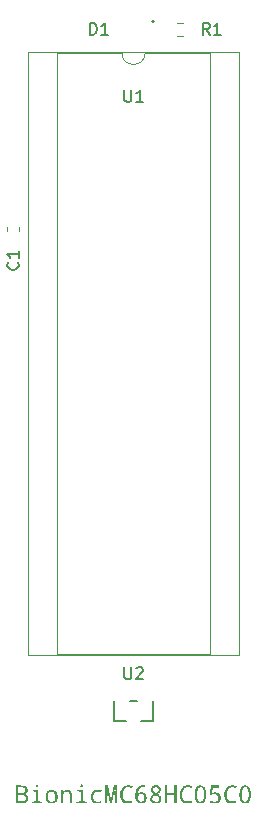
<source format=gbr>
G04 #@! TF.GenerationSoftware,KiCad,Pcbnew,8.0.4+dfsg-1*
G04 #@! TF.CreationDate,2025-02-23T14:04:16+09:00*
G04 #@! TF.ProjectId,bionic-mc68hc05c0,62696f6e-6963-42d6-9d63-363868633035,1*
G04 #@! TF.SameCoordinates,Original*
G04 #@! TF.FileFunction,Legend,Top*
G04 #@! TF.FilePolarity,Positive*
%FSLAX46Y46*%
G04 Gerber Fmt 4.6, Leading zero omitted, Abs format (unit mm)*
G04 Created by KiCad (PCBNEW 8.0.4+dfsg-1) date 2025-02-23 14:04:16*
%MOMM*%
%LPD*%
G01*
G04 APERTURE LIST*
%ADD10C,0.150000*%
%ADD11C,0.152400*%
%ADD12C,0.120000*%
G04 APERTURE END LIST*
D10*
G36*
X104294806Y-135799063D02*
G01*
X104371612Y-135805637D01*
X104453790Y-135819311D01*
X104525073Y-135839297D01*
X104594463Y-135870590D01*
X104619662Y-135886631D01*
X104675441Y-135938219D01*
X104715283Y-136003592D01*
X104739188Y-136082750D01*
X104747032Y-136163321D01*
X104747157Y-136175692D01*
X104739250Y-136253373D01*
X104712287Y-136328904D01*
X104666190Y-136394045D01*
X104610005Y-136441622D01*
X104542657Y-136475819D01*
X104464146Y-136496634D01*
X104447104Y-136499192D01*
X104447104Y-136509450D01*
X104527304Y-136527127D01*
X104596810Y-136552315D01*
X104668655Y-136594361D01*
X104723792Y-136648142D01*
X104762221Y-136713658D01*
X104783942Y-136790909D01*
X104789288Y-136861160D01*
X104784665Y-136934481D01*
X104767582Y-137012274D01*
X104737912Y-137081722D01*
X104695654Y-137142826D01*
X104657764Y-137181362D01*
X104595806Y-137226615D01*
X104524698Y-137260753D01*
X104444438Y-137283776D01*
X104368360Y-137294664D01*
X104299826Y-137297500D01*
X103756874Y-137297500D01*
X103756874Y-137133735D01*
X103949582Y-137133735D01*
X104265754Y-137133735D01*
X104340887Y-137129355D01*
X104420716Y-137111565D01*
X104495850Y-137072152D01*
X104548443Y-137013033D01*
X104578496Y-136934207D01*
X104586323Y-136853466D01*
X104578174Y-136778635D01*
X104546884Y-136705580D01*
X104492127Y-136650788D01*
X104413903Y-136614261D01*
X104330789Y-136597772D01*
X104252565Y-136593714D01*
X103949582Y-136593714D01*
X103949582Y-137133735D01*
X103756874Y-137133735D01*
X103756874Y-136429949D01*
X103949582Y-136429949D01*
X104241940Y-136429949D01*
X104316908Y-136426446D01*
X104395289Y-136412213D01*
X104466868Y-136380683D01*
X104476413Y-136373895D01*
X104524092Y-136316259D01*
X104546529Y-136241589D01*
X104550053Y-136188515D01*
X104540745Y-136112822D01*
X104505745Y-136044465D01*
X104471284Y-136013759D01*
X104399225Y-135981387D01*
X104319340Y-135965824D01*
X104242450Y-135960844D01*
X104221424Y-135960636D01*
X103949582Y-135960636D01*
X103949582Y-136429949D01*
X103756874Y-136429949D01*
X103756874Y-135796871D01*
X104210433Y-135796871D01*
X104294806Y-135799063D01*
G37*
G36*
X105530077Y-135703082D02*
G01*
X105604709Y-135725452D01*
X105637548Y-135792561D01*
X105639254Y-135819952D01*
X105620912Y-135892080D01*
X105606647Y-135908613D01*
X105538283Y-135937301D01*
X105530077Y-135937555D01*
X105458678Y-135918146D01*
X105422494Y-135853832D01*
X105419801Y-135819952D01*
X105438001Y-135744284D01*
X105504231Y-135704908D01*
X105530077Y-135703082D01*
G37*
G36*
X105435555Y-136319307D02*
G01*
X105158217Y-136297691D01*
X105158217Y-136172028D01*
X105622767Y-136172028D01*
X105622767Y-137150221D01*
X105985468Y-137170737D01*
X105985468Y-137297500D01*
X105080914Y-137297500D01*
X105080914Y-137170737D01*
X105435555Y-137150221D01*
X105435555Y-136319307D01*
G37*
G36*
X106854510Y-136154197D02*
G01*
X106930150Y-136171044D01*
X107000071Y-136199122D01*
X107064273Y-136238432D01*
X107122757Y-136288973D01*
X107140981Y-136308316D01*
X107189663Y-136371900D01*
X107228273Y-136442852D01*
X107256810Y-136521171D01*
X107275276Y-136606857D01*
X107282970Y-136683890D01*
X107284229Y-136732566D01*
X107280777Y-136815148D01*
X107270419Y-136892077D01*
X107253156Y-136963354D01*
X107223326Y-137041424D01*
X107183553Y-137111354D01*
X107142813Y-137163410D01*
X107086621Y-137216948D01*
X107023836Y-137259409D01*
X106954455Y-137290793D01*
X106878481Y-137311101D01*
X106795911Y-137320331D01*
X106766923Y-137320947D01*
X106686161Y-137315318D01*
X106610937Y-137298433D01*
X106541252Y-137270290D01*
X106477106Y-137230890D01*
X106418497Y-137180233D01*
X106400192Y-137160846D01*
X106351386Y-137096896D01*
X106312677Y-137025400D01*
X106284066Y-136946355D01*
X106267937Y-136874719D01*
X106258821Y-136797842D01*
X106256577Y-136732566D01*
X106450384Y-136732566D01*
X106453202Y-136809890D01*
X106465724Y-136901157D01*
X106488264Y-136978904D01*
X106530526Y-137057073D01*
X106588441Y-137114115D01*
X106662009Y-137150031D01*
X106751230Y-137164819D01*
X106770953Y-137165242D01*
X106845828Y-137158481D01*
X106925384Y-137131017D01*
X106989340Y-137082425D01*
X107037697Y-137012707D01*
X107065152Y-136941721D01*
X107082623Y-136857214D01*
X107090110Y-136759186D01*
X107090422Y-136732566D01*
X107087595Y-136656028D01*
X107075030Y-136565687D01*
X107052413Y-136488731D01*
X107010005Y-136411356D01*
X106951892Y-136354893D01*
X106878071Y-136319343D01*
X106788545Y-136304704D01*
X106768755Y-136304286D01*
X106694136Y-136310978D01*
X106614855Y-136338164D01*
X106551118Y-136386261D01*
X106502928Y-136455271D01*
X106475568Y-136525536D01*
X106458157Y-136609184D01*
X106450695Y-136706217D01*
X106450384Y-136732566D01*
X106256577Y-136732566D01*
X106259985Y-136650749D01*
X106270209Y-136574514D01*
X106291474Y-136490399D01*
X106322553Y-136414321D01*
X106363447Y-136346280D01*
X106396162Y-136305385D01*
X106451945Y-136252096D01*
X106514607Y-136209833D01*
X106584146Y-136178594D01*
X106660563Y-136158381D01*
X106743858Y-136149194D01*
X106773151Y-136148581D01*
X106854510Y-136154197D01*
G37*
G36*
X108312614Y-137297500D02*
G01*
X108312614Y-136571366D01*
X108306630Y-136494424D01*
X108283652Y-136419308D01*
X108235063Y-136355407D01*
X108163018Y-136317066D01*
X108082595Y-136304547D01*
X108067516Y-136304286D01*
X107993327Y-136310674D01*
X107914502Y-136336628D01*
X107851132Y-136382545D01*
X107803218Y-136448426D01*
X107770761Y-136534271D01*
X107755923Y-136617321D01*
X107750977Y-136713148D01*
X107750977Y-137297500D01*
X107563399Y-137297500D01*
X107563399Y-136172028D01*
X107714707Y-136172028D01*
X107742551Y-136321871D01*
X107752809Y-136321871D01*
X107797365Y-136262980D01*
X107861264Y-136209673D01*
X107937995Y-136172950D01*
X108013978Y-136154673D01*
X108099390Y-136148581D01*
X108193328Y-136155021D01*
X108274741Y-136174341D01*
X108343629Y-136206541D01*
X108412125Y-136264904D01*
X108452832Y-136326084D01*
X108481013Y-136400144D01*
X108496669Y-136487083D01*
X108500192Y-136560741D01*
X108500192Y-137297500D01*
X108312614Y-137297500D01*
G37*
G36*
X109310956Y-135703082D02*
G01*
X109385589Y-135725452D01*
X109418427Y-135792561D01*
X109420133Y-135819952D01*
X109401792Y-135892080D01*
X109387526Y-135908613D01*
X109319162Y-135937301D01*
X109310956Y-135937555D01*
X109239557Y-135918146D01*
X109203373Y-135853832D01*
X109200681Y-135819952D01*
X109218880Y-135744284D01*
X109285110Y-135704908D01*
X109310956Y-135703082D01*
G37*
G36*
X109216434Y-136319307D02*
G01*
X108939097Y-136297691D01*
X108939097Y-136172028D01*
X109403646Y-136172028D01*
X109403646Y-137150221D01*
X109766347Y-137170737D01*
X109766347Y-137297500D01*
X108861794Y-137297500D01*
X108861794Y-137170737D01*
X109216434Y-137150221D01*
X109216434Y-136319307D01*
G37*
G36*
X111012352Y-136209398D02*
G01*
X110948605Y-136372063D01*
X110873362Y-136345937D01*
X110802242Y-136327275D01*
X110727158Y-136315204D01*
X110672366Y-136312346D01*
X110582807Y-136319004D01*
X110505189Y-136338976D01*
X110439513Y-136372264D01*
X110374209Y-136432598D01*
X110335401Y-136495844D01*
X110308533Y-136572406D01*
X110293606Y-136662282D01*
X110290248Y-136738428D01*
X110293516Y-136813264D01*
X110308042Y-136901595D01*
X110334188Y-136976840D01*
X110383213Y-137052493D01*
X110450395Y-137107700D01*
X110535733Y-137142460D01*
X110617078Y-137155546D01*
X110662108Y-137157182D01*
X110743509Y-137153198D01*
X110825781Y-137141245D01*
X110898482Y-137124250D01*
X110971850Y-137101154D01*
X110992935Y-137093435D01*
X110992935Y-137258299D01*
X110919959Y-137285707D01*
X110839153Y-137305285D01*
X110762024Y-137315991D01*
X110678899Y-137320702D01*
X110654048Y-137320947D01*
X110574161Y-137317289D01*
X110500053Y-137306314D01*
X110418750Y-137283486D01*
X110345768Y-137250123D01*
X110281106Y-137206223D01*
X110242621Y-137171104D01*
X110192942Y-137110327D01*
X110153543Y-137040380D01*
X110124421Y-136961263D01*
X110108004Y-136888326D01*
X110098725Y-136809021D01*
X110096441Y-136740992D01*
X110100091Y-136653918D01*
X110111039Y-136573588D01*
X110129285Y-136500002D01*
X110160815Y-136420601D01*
X110202856Y-136350912D01*
X110245918Y-136300256D01*
X110306235Y-136248710D01*
X110375078Y-136207829D01*
X110452449Y-136177613D01*
X110538345Y-136158061D01*
X110616439Y-136149914D01*
X110666138Y-136148581D01*
X110745441Y-136151491D01*
X110822746Y-136160222D01*
X110898052Y-136174773D01*
X110971359Y-136195144D01*
X111012352Y-136209398D01*
G37*
G36*
X111727495Y-137297500D02*
G01*
X111441365Y-135984450D01*
X111432938Y-135978588D01*
X111438321Y-136061059D01*
X111442791Y-136137198D01*
X111446952Y-136220205D01*
X111449798Y-136294094D01*
X111451458Y-136368771D01*
X111451623Y-136396976D01*
X111451623Y-137297500D01*
X111295918Y-137297500D01*
X111295918Y-135796871D01*
X111550541Y-135796871D01*
X111805897Y-137019429D01*
X111812125Y-137019429D01*
X112069679Y-135796871D01*
X112329431Y-135796871D01*
X112329431Y-137297500D01*
X112171528Y-137297500D01*
X112171528Y-136383787D01*
X112172688Y-136309399D01*
X112175192Y-136230464D01*
X112178455Y-136148126D01*
X112181961Y-136069161D01*
X112186183Y-135980786D01*
X112178123Y-135980786D01*
X111886497Y-137297500D01*
X111727495Y-137297500D01*
G37*
G36*
X113597785Y-137092336D02*
G01*
X113597785Y-137259764D01*
X113518261Y-137286531D01*
X113441727Y-137303679D01*
X113358708Y-137314972D01*
X113282385Y-137319991D01*
X113228856Y-137320947D01*
X113151599Y-137317793D01*
X113061596Y-137304979D01*
X112978892Y-137282308D01*
X112903487Y-137249781D01*
X112835381Y-137207397D01*
X112774573Y-137155156D01*
X112741591Y-137119080D01*
X112692935Y-137051855D01*
X112652526Y-136976348D01*
X112620364Y-136892559D01*
X112600571Y-136819563D01*
X112586057Y-136741267D01*
X112576821Y-136657670D01*
X112572862Y-136568773D01*
X112572697Y-136545720D01*
X112575577Y-136458926D01*
X112584215Y-136376780D01*
X112598612Y-136299283D01*
X112618768Y-136226434D01*
X112652061Y-136141909D01*
X112694352Y-136064647D01*
X112745641Y-135994647D01*
X112756979Y-135981519D01*
X112817973Y-135921570D01*
X112885550Y-135871781D01*
X112959710Y-135832154D01*
X113040453Y-135802687D01*
X113127779Y-135783382D01*
X113202380Y-135775253D01*
X113261096Y-135773424D01*
X113344064Y-135776541D01*
X113422886Y-135785892D01*
X113497560Y-135801477D01*
X113568086Y-135823295D01*
X113645125Y-135856630D01*
X113655670Y-135862084D01*
X113575436Y-136022918D01*
X113506048Y-135991512D01*
X113427177Y-135965066D01*
X113348764Y-135948694D01*
X113270808Y-135942397D01*
X113261096Y-135942318D01*
X113181133Y-135948050D01*
X113107480Y-135965244D01*
X113029530Y-135999793D01*
X112960169Y-136049945D01*
X112907554Y-136105350D01*
X112862732Y-136170557D01*
X112827183Y-136243905D01*
X112800908Y-136325392D01*
X112786096Y-136399516D01*
X112777724Y-136479294D01*
X112775663Y-136547185D01*
X112778677Y-136636038D01*
X112787720Y-136718039D01*
X112802792Y-136793188D01*
X112828835Y-136874323D01*
X112863559Y-136945593D01*
X112899128Y-136997447D01*
X112958756Y-137057689D01*
X113029289Y-137103135D01*
X113098424Y-137130311D01*
X113175571Y-137146618D01*
X113260729Y-137152053D01*
X113341603Y-137147329D01*
X113422638Y-137135199D01*
X113500606Y-137118462D01*
X113572683Y-137099567D01*
X113597785Y-137092336D01*
G37*
G36*
X114592246Y-135776155D02*
G01*
X114666758Y-135786243D01*
X114694313Y-135792841D01*
X114694313Y-135952576D01*
X114620226Y-135938639D01*
X114541346Y-135933330D01*
X114523221Y-135933159D01*
X114440699Y-135938234D01*
X114366239Y-135953458D01*
X114289561Y-135984047D01*
X114223857Y-136028451D01*
X114176274Y-136077506D01*
X114130673Y-136148598D01*
X114099624Y-136222426D01*
X114079416Y-136293040D01*
X114064361Y-136371920D01*
X114054458Y-136459063D01*
X114050244Y-136534729D01*
X114062701Y-136534729D01*
X114111265Y-136466493D01*
X114171364Y-136415017D01*
X114242998Y-136380300D01*
X114326168Y-136362343D01*
X114378873Y-136359607D01*
X114462554Y-136365462D01*
X114537925Y-136383029D01*
X114613889Y-136417444D01*
X114678999Y-136467155D01*
X114693580Y-136481973D01*
X114743429Y-136548743D01*
X114775363Y-136616332D01*
X114796393Y-136692478D01*
X114806518Y-136777178D01*
X114807519Y-136816097D01*
X114803153Y-136900534D01*
X114790054Y-136977990D01*
X114768223Y-137048465D01*
X114731715Y-137121863D01*
X114683322Y-137185758D01*
X114624918Y-137238434D01*
X114558380Y-137278172D01*
X114483708Y-137304972D01*
X114400901Y-137318834D01*
X114349930Y-137320947D01*
X114268920Y-137314855D01*
X114194323Y-137296578D01*
X114126141Y-137266117D01*
X114064372Y-137223471D01*
X114009018Y-137168641D01*
X113991993Y-137147657D01*
X113946672Y-137077486D01*
X113910728Y-136997218D01*
X113887938Y-136922614D01*
X113871659Y-136840998D01*
X113864837Y-136779094D01*
X114046214Y-136779094D01*
X114051412Y-136854290D01*
X114069686Y-136932536D01*
X114101116Y-137004059D01*
X114129379Y-137048005D01*
X114180452Y-137102729D01*
X114246784Y-137142528D01*
X114323205Y-137160217D01*
X114348099Y-137161212D01*
X114424262Y-137152411D01*
X114495150Y-137122398D01*
X114552530Y-137071086D01*
X114591363Y-137007352D01*
X114614016Y-136937327D01*
X114625018Y-136855304D01*
X114626169Y-136814998D01*
X114620576Y-136736955D01*
X114601242Y-136662952D01*
X114564023Y-136597004D01*
X114555461Y-136586753D01*
X114494204Y-136538084D01*
X114423116Y-136513203D01*
X114354327Y-136506885D01*
X114276696Y-136515007D01*
X114207295Y-136539372D01*
X114146122Y-136579979D01*
X114134875Y-136590050D01*
X114084397Y-136649745D01*
X114053228Y-136721186D01*
X114046214Y-136779094D01*
X113864837Y-136779094D01*
X113861892Y-136752370D01*
X113858766Y-136676418D01*
X113858636Y-136656728D01*
X113861208Y-136549766D01*
X113868923Y-136449704D01*
X113881781Y-136356543D01*
X113899783Y-136270283D01*
X113922929Y-136190923D01*
X113951217Y-136118465D01*
X113984650Y-136052907D01*
X114044442Y-135967510D01*
X114115807Y-135897639D01*
X114198744Y-135843295D01*
X114293254Y-135804478D01*
X114399337Y-135781188D01*
X114476488Y-135774287D01*
X114516993Y-135773424D01*
X114592246Y-135776155D01*
G37*
G36*
X115672561Y-135778087D02*
G01*
X115745174Y-135792077D01*
X115819661Y-135819486D01*
X115885080Y-135859076D01*
X115900018Y-135870877D01*
X115951469Y-135923885D01*
X115991780Y-135993756D01*
X116011993Y-136064962D01*
X116017621Y-136134293D01*
X116008128Y-136219000D01*
X115979650Y-136296443D01*
X115932188Y-136366622D01*
X115878133Y-136419555D01*
X115810894Y-136467444D01*
X115747610Y-136502123D01*
X115822228Y-136544518D01*
X115886897Y-136589272D01*
X115953743Y-136648530D01*
X116005043Y-136711474D01*
X116040797Y-136778103D01*
X116063183Y-136862922D01*
X116065981Y-136907322D01*
X116059757Y-136985560D01*
X116041087Y-137056787D01*
X116004507Y-137129602D01*
X115951671Y-137193257D01*
X115935921Y-137207740D01*
X115875184Y-137251851D01*
X115806452Y-137285128D01*
X115729726Y-137307570D01*
X115645005Y-137319178D01*
X115593004Y-137320947D01*
X115513037Y-137317199D01*
X115439921Y-137305955D01*
X115363280Y-137283362D01*
X115295966Y-137250566D01*
X115245691Y-137214335D01*
X115191194Y-137155556D01*
X115152268Y-137086199D01*
X115128912Y-137006263D01*
X115121249Y-136927641D01*
X115121127Y-136915748D01*
X115121192Y-136915015D01*
X115304309Y-136915015D01*
X115314304Y-136998684D01*
X115351230Y-137074418D01*
X115415364Y-137126591D01*
X115491991Y-137152557D01*
X115571117Y-137160972D01*
X115588608Y-137161212D01*
X115662494Y-137155909D01*
X115739104Y-137135023D01*
X115805496Y-137094167D01*
X115852379Y-137036242D01*
X115877624Y-136963581D01*
X115882432Y-136906955D01*
X115870020Y-136830239D01*
X115832784Y-136761657D01*
X115817586Y-136743557D01*
X115762268Y-136693922D01*
X115701036Y-136652538D01*
X115634541Y-136615169D01*
X115597034Y-136596278D01*
X115566260Y-136581990D01*
X115490796Y-136622868D01*
X115428122Y-136667878D01*
X115369797Y-136727345D01*
X115329890Y-136792763D01*
X115308402Y-136864131D01*
X115304309Y-136915015D01*
X115121192Y-136915015D01*
X115128220Y-136836014D01*
X115149499Y-136762362D01*
X115184964Y-136694792D01*
X115234614Y-136633304D01*
X115298451Y-136577899D01*
X115376473Y-136528575D01*
X115411654Y-136510549D01*
X115341889Y-136461800D01*
X115283949Y-136409205D01*
X115230029Y-136341014D01*
X115193136Y-136267285D01*
X115173271Y-136188017D01*
X115170255Y-136143452D01*
X115353036Y-136143452D01*
X115362783Y-136218265D01*
X115394860Y-136286593D01*
X115403960Y-136298790D01*
X115460090Y-136350409D01*
X115523345Y-136390279D01*
X115595203Y-136426285D01*
X115664018Y-136391753D01*
X115731200Y-136345591D01*
X115788351Y-136285224D01*
X115822642Y-136217844D01*
X115834072Y-136143452D01*
X115823370Y-136068146D01*
X115784424Y-136001240D01*
X115769226Y-135987015D01*
X115703158Y-135950199D01*
X115625108Y-135934474D01*
X115590806Y-135933159D01*
X115515209Y-135940732D01*
X115442901Y-135968712D01*
X115417150Y-135987015D01*
X115371130Y-136048211D01*
X115353599Y-136124646D01*
X115353036Y-136143452D01*
X115170255Y-136143452D01*
X115169487Y-136132095D01*
X115176975Y-136053922D01*
X115203298Y-135976159D01*
X115248575Y-135909176D01*
X115289288Y-135870511D01*
X115353333Y-135828035D01*
X115425301Y-135797696D01*
X115505191Y-135779492D01*
X115581595Y-135773519D01*
X115593004Y-135773424D01*
X115672561Y-135778087D01*
G37*
G36*
X117347889Y-137297500D02*
G01*
X117155182Y-137297500D01*
X117155182Y-136598843D01*
X116552512Y-136598843D01*
X116552512Y-137297500D01*
X116359805Y-137297500D01*
X116359805Y-135796871D01*
X116552512Y-135796871D01*
X116552512Y-136429949D01*
X117155182Y-136429949D01*
X117155182Y-135796871D01*
X117347889Y-135796871D01*
X117347889Y-137297500D01*
G37*
G36*
X118638957Y-137092336D02*
G01*
X118638957Y-137259764D01*
X118559433Y-137286531D01*
X118482900Y-137303679D01*
X118399880Y-137314972D01*
X118323557Y-137319991D01*
X118270028Y-137320947D01*
X118192771Y-137317793D01*
X118102769Y-137304979D01*
X118020065Y-137282308D01*
X117944659Y-137249781D01*
X117876553Y-137207397D01*
X117815745Y-137155156D01*
X117782764Y-137119080D01*
X117734108Y-137051855D01*
X117693699Y-136976348D01*
X117661536Y-136892559D01*
X117641744Y-136819563D01*
X117627230Y-136741267D01*
X117617993Y-136657670D01*
X117614035Y-136568773D01*
X117613870Y-136545720D01*
X117616749Y-136458926D01*
X117625387Y-136376780D01*
X117639784Y-136299283D01*
X117659940Y-136226434D01*
X117693233Y-136141909D01*
X117735524Y-136064647D01*
X117786813Y-135994647D01*
X117798151Y-135981519D01*
X117859145Y-135921570D01*
X117926722Y-135871781D01*
X118000882Y-135832154D01*
X118081625Y-135802687D01*
X118168952Y-135783382D01*
X118243553Y-135775253D01*
X118302268Y-135773424D01*
X118385237Y-135776541D01*
X118464058Y-135785892D01*
X118538732Y-135801477D01*
X118609259Y-135823295D01*
X118686298Y-135856630D01*
X118696843Y-135862084D01*
X118616609Y-136022918D01*
X118547221Y-135991512D01*
X118468349Y-135965066D01*
X118389936Y-135948694D01*
X118311980Y-135942397D01*
X118302268Y-135942318D01*
X118222305Y-135948050D01*
X118148653Y-135965244D01*
X118070702Y-135999793D01*
X118001341Y-136049945D01*
X117948727Y-136105350D01*
X117903904Y-136170557D01*
X117868356Y-136243905D01*
X117842080Y-136325392D01*
X117827268Y-136399516D01*
X117818896Y-136479294D01*
X117816836Y-136547185D01*
X117819850Y-136636038D01*
X117828893Y-136718039D01*
X117843964Y-136793188D01*
X117870007Y-136874323D01*
X117904732Y-136945593D01*
X117940300Y-136997447D01*
X117999929Y-137057689D01*
X118070461Y-137103135D01*
X118139597Y-137130311D01*
X118216744Y-137146618D01*
X118301902Y-137152053D01*
X118382775Y-137147329D01*
X118463811Y-137135199D01*
X118541779Y-137118462D01*
X118613855Y-137099567D01*
X118638957Y-137092336D01*
G37*
G36*
X119457153Y-135780418D02*
G01*
X119534403Y-135801399D01*
X119603435Y-135836369D01*
X119664250Y-135885326D01*
X119716848Y-135948270D01*
X119732554Y-135972360D01*
X119767806Y-136038839D01*
X119797083Y-136113940D01*
X119820385Y-136197663D01*
X119834725Y-136270850D01*
X119845241Y-136349556D01*
X119851933Y-136433779D01*
X119854800Y-136523521D01*
X119854920Y-136546819D01*
X119853032Y-136640561D01*
X119847369Y-136728255D01*
X119837931Y-136809902D01*
X119824718Y-136885500D01*
X119797819Y-136987558D01*
X119762426Y-137076008D01*
X119718538Y-137150850D01*
X119666157Y-137212085D01*
X119605280Y-137259712D01*
X119535910Y-137293731D01*
X119458045Y-137314143D01*
X119371686Y-137320947D01*
X119287227Y-137313953D01*
X119210806Y-137292971D01*
X119142422Y-137258002D01*
X119082075Y-137209045D01*
X119029765Y-137146101D01*
X119014114Y-137122011D01*
X118979073Y-137055514D01*
X118949972Y-136980360D01*
X118926809Y-136896547D01*
X118912555Y-136823262D01*
X118902102Y-136744437D01*
X118895451Y-136660070D01*
X118892600Y-136570162D01*
X118892481Y-136546819D01*
X118892496Y-136546086D01*
X119083357Y-136546086D01*
X119084444Y-136625015D01*
X119087707Y-136698219D01*
X119094845Y-136781674D01*
X119105382Y-136856185D01*
X119122512Y-136933791D01*
X119148683Y-137008053D01*
X119152966Y-137017231D01*
X119192739Y-137080223D01*
X119249363Y-137129576D01*
X119318564Y-137156150D01*
X119371686Y-137161212D01*
X119450627Y-137149794D01*
X119516817Y-137115540D01*
X119570256Y-137058449D01*
X119594435Y-137016864D01*
X119622129Y-136944874D01*
X119640453Y-136869355D01*
X119651906Y-136796681D01*
X119659888Y-136715152D01*
X119664399Y-136624769D01*
X119665510Y-136546086D01*
X119664399Y-136467925D01*
X119659888Y-136378112D01*
X119651906Y-136297065D01*
X119637746Y-136211378D01*
X119618589Y-136138314D01*
X119594435Y-136077873D01*
X119553860Y-136014561D01*
X119496171Y-135964956D01*
X119425730Y-135938247D01*
X119371686Y-135933159D01*
X119294100Y-135944519D01*
X119229091Y-135978600D01*
X119176660Y-136035400D01*
X119152966Y-136076774D01*
X119125843Y-136148193D01*
X119107897Y-136223335D01*
X119096680Y-136295772D01*
X119088863Y-136377136D01*
X119084444Y-136467427D01*
X119083357Y-136546086D01*
X118892496Y-136546086D01*
X118894353Y-136453166D01*
X118899969Y-136365555D01*
X118909328Y-136283986D01*
X118922431Y-136208459D01*
X118949106Y-136106498D01*
X118984204Y-136018131D01*
X119027725Y-135943360D01*
X119079670Y-135882183D01*
X119140039Y-135834601D01*
X119208831Y-135800614D01*
X119286046Y-135780222D01*
X119371686Y-135773424D01*
X119457153Y-135780418D01*
G37*
G36*
X120178786Y-137239614D02*
G01*
X120178786Y-137062294D01*
X120247242Y-137100837D01*
X120322781Y-137129914D01*
X120405403Y-137149523D01*
X120481859Y-137158797D01*
X120549547Y-137161212D01*
X120630691Y-137156220D01*
X120716906Y-137135941D01*
X120786217Y-137100064D01*
X120838622Y-137048586D01*
X120874122Y-136981510D01*
X120892718Y-136898835D01*
X120895761Y-136841742D01*
X120887112Y-136755618D01*
X120861164Y-136684091D01*
X120807192Y-136617527D01*
X120743188Y-136578115D01*
X120661885Y-136553299D01*
X120584387Y-136543957D01*
X120541487Y-136542789D01*
X120464894Y-136546396D01*
X120389417Y-136554911D01*
X120312433Y-136566857D01*
X120303350Y-136568435D01*
X120210660Y-136509450D01*
X120267446Y-135796871D01*
X120978193Y-135796871D01*
X120978193Y-135967964D01*
X120430112Y-135967964D01*
X120389812Y-136403571D01*
X120465020Y-136391890D01*
X120539017Y-136385058D01*
X120605234Y-136383054D01*
X120683506Y-136387176D01*
X120755930Y-136399541D01*
X120833034Y-136424385D01*
X120902179Y-136460449D01*
X120955112Y-136500291D01*
X121007074Y-136555576D01*
X121046274Y-136619172D01*
X121072711Y-136691077D01*
X121086385Y-136771292D01*
X121088468Y-136820860D01*
X121083471Y-136906748D01*
X121068479Y-136984985D01*
X121043492Y-137055572D01*
X121001707Y-137128253D01*
X120946319Y-137190521D01*
X120878554Y-137241341D01*
X120811595Y-137274967D01*
X120736445Y-137299421D01*
X120653103Y-137314706D01*
X120577393Y-137320437D01*
X120545517Y-137320947D01*
X120462299Y-137318087D01*
X120385753Y-137309509D01*
X120304882Y-137292274D01*
X120233092Y-137267254D01*
X120178786Y-137239614D01*
G37*
G36*
X122419836Y-137092336D02*
G01*
X122419836Y-137259764D01*
X122340312Y-137286531D01*
X122263779Y-137303679D01*
X122180759Y-137314972D01*
X122104437Y-137319991D01*
X122050907Y-137320947D01*
X121973650Y-137317793D01*
X121883648Y-137304979D01*
X121800944Y-137282308D01*
X121725539Y-137249781D01*
X121657432Y-137207397D01*
X121596624Y-137155156D01*
X121563643Y-137119080D01*
X121514987Y-137051855D01*
X121474578Y-136976348D01*
X121442415Y-136892559D01*
X121422623Y-136819563D01*
X121408109Y-136741267D01*
X121398872Y-136657670D01*
X121394914Y-136568773D01*
X121394749Y-136545720D01*
X121397628Y-136458926D01*
X121406267Y-136376780D01*
X121420664Y-136299283D01*
X121440819Y-136226434D01*
X121474112Y-136141909D01*
X121516403Y-136064647D01*
X121567693Y-135994647D01*
X121579030Y-135981519D01*
X121640024Y-135921570D01*
X121707601Y-135871781D01*
X121781761Y-135832154D01*
X121862505Y-135802687D01*
X121949831Y-135783382D01*
X122024432Y-135775253D01*
X122083147Y-135773424D01*
X122166116Y-135776541D01*
X122244937Y-135785892D01*
X122319611Y-135801477D01*
X122390138Y-135823295D01*
X122467177Y-135856630D01*
X122477722Y-135862084D01*
X122397488Y-136022918D01*
X122328100Y-135991512D01*
X122249229Y-135965066D01*
X122170815Y-135948694D01*
X122092860Y-135942397D01*
X122083147Y-135942318D01*
X122003184Y-135948050D01*
X121929532Y-135965244D01*
X121851581Y-135999793D01*
X121782221Y-136049945D01*
X121729606Y-136105350D01*
X121684784Y-136170557D01*
X121649235Y-136243905D01*
X121622960Y-136325392D01*
X121608148Y-136399516D01*
X121599776Y-136479294D01*
X121597715Y-136547185D01*
X121600729Y-136636038D01*
X121609772Y-136718039D01*
X121624843Y-136793188D01*
X121650887Y-136874323D01*
X121685611Y-136945593D01*
X121721180Y-136997447D01*
X121780808Y-137057689D01*
X121851341Y-137103135D01*
X121920476Y-137130311D01*
X121997623Y-137146618D01*
X122082781Y-137152053D01*
X122163655Y-137147329D01*
X122244690Y-137135199D01*
X122322658Y-137118462D01*
X122394735Y-137099567D01*
X122419836Y-137092336D01*
G37*
G36*
X123238032Y-135780418D02*
G01*
X123315282Y-135801399D01*
X123384315Y-135836369D01*
X123445130Y-135885326D01*
X123497727Y-135948270D01*
X123513434Y-135972360D01*
X123548685Y-136038839D01*
X123577962Y-136113940D01*
X123601264Y-136197663D01*
X123615604Y-136270850D01*
X123626120Y-136349556D01*
X123632812Y-136433779D01*
X123635680Y-136523521D01*
X123635799Y-136546819D01*
X123633912Y-136640561D01*
X123628249Y-136728255D01*
X123618811Y-136809902D01*
X123605597Y-136885500D01*
X123578698Y-136987558D01*
X123543305Y-137076008D01*
X123499418Y-137150850D01*
X123447036Y-137212085D01*
X123386160Y-137259712D01*
X123316789Y-137293731D01*
X123238924Y-137314143D01*
X123152565Y-137320947D01*
X123068106Y-137313953D01*
X122991685Y-137292971D01*
X122923301Y-137258002D01*
X122862954Y-137209045D01*
X122810644Y-137146101D01*
X122794993Y-137122011D01*
X122759953Y-137055514D01*
X122730851Y-136980360D01*
X122707688Y-136896547D01*
X122693435Y-136823262D01*
X122682982Y-136744437D01*
X122676330Y-136660070D01*
X122673479Y-136570162D01*
X122673360Y-136546819D01*
X122673375Y-136546086D01*
X122864236Y-136546086D01*
X122865324Y-136625015D01*
X122868587Y-136698219D01*
X122875724Y-136781674D01*
X122886261Y-136856185D01*
X122903391Y-136933791D01*
X122929563Y-137008053D01*
X122933845Y-137017231D01*
X122973619Y-137080223D01*
X123030242Y-137129576D01*
X123099443Y-137156150D01*
X123152565Y-137161212D01*
X123231506Y-137149794D01*
X123297697Y-137115540D01*
X123351136Y-137058449D01*
X123375314Y-137016864D01*
X123403008Y-136944874D01*
X123421332Y-136869355D01*
X123432785Y-136796681D01*
X123440767Y-136715152D01*
X123445278Y-136624769D01*
X123446389Y-136546086D01*
X123445278Y-136467925D01*
X123440767Y-136378112D01*
X123432785Y-136297065D01*
X123418625Y-136211378D01*
X123399469Y-136138314D01*
X123375314Y-136077873D01*
X123334739Y-136014561D01*
X123277050Y-135964956D01*
X123206609Y-135938247D01*
X123152565Y-135933159D01*
X123074979Y-135944519D01*
X123009970Y-135978600D01*
X122957539Y-136035400D01*
X122933845Y-136076774D01*
X122906722Y-136148193D01*
X122888776Y-136223335D01*
X122877560Y-136295772D01*
X122869742Y-136377136D01*
X122865324Y-136467427D01*
X122864236Y-136546086D01*
X122673375Y-136546086D01*
X122675232Y-136453166D01*
X122680848Y-136365555D01*
X122690207Y-136283986D01*
X122703311Y-136208459D01*
X122729985Y-136106498D01*
X122765083Y-136018131D01*
X122808605Y-135943360D01*
X122860550Y-135882183D01*
X122920918Y-135834601D01*
X122989710Y-135800614D01*
X123066926Y-135780222D01*
X123152565Y-135773424D01*
X123238032Y-135780418D01*
G37*
X112938095Y-125792019D02*
X112938095Y-126601542D01*
X112938095Y-126601542D02*
X112985714Y-126696780D01*
X112985714Y-126696780D02*
X113033333Y-126744400D01*
X113033333Y-126744400D02*
X113128571Y-126792019D01*
X113128571Y-126792019D02*
X113319047Y-126792019D01*
X113319047Y-126792019D02*
X113414285Y-126744400D01*
X113414285Y-126744400D02*
X113461904Y-126696780D01*
X113461904Y-126696780D02*
X113509523Y-126601542D01*
X113509523Y-126601542D02*
X113509523Y-125792019D01*
X113938095Y-125887257D02*
X113985714Y-125839638D01*
X113985714Y-125839638D02*
X114080952Y-125792019D01*
X114080952Y-125792019D02*
X114319047Y-125792019D01*
X114319047Y-125792019D02*
X114414285Y-125839638D01*
X114414285Y-125839638D02*
X114461904Y-125887257D01*
X114461904Y-125887257D02*
X114509523Y-125982495D01*
X114509523Y-125982495D02*
X114509523Y-126077733D01*
X114509523Y-126077733D02*
X114461904Y-126220590D01*
X114461904Y-126220590D02*
X113890476Y-126792019D01*
X113890476Y-126792019D02*
X114509523Y-126792019D01*
X112938095Y-76922419D02*
X112938095Y-77731942D01*
X112938095Y-77731942D02*
X112985714Y-77827180D01*
X112985714Y-77827180D02*
X113033333Y-77874800D01*
X113033333Y-77874800D02*
X113128571Y-77922419D01*
X113128571Y-77922419D02*
X113319047Y-77922419D01*
X113319047Y-77922419D02*
X113414285Y-77874800D01*
X113414285Y-77874800D02*
X113461904Y-77827180D01*
X113461904Y-77827180D02*
X113509523Y-77731942D01*
X113509523Y-77731942D02*
X113509523Y-76922419D01*
X114509523Y-77922419D02*
X113938095Y-77922419D01*
X114223809Y-77922419D02*
X114223809Y-76922419D01*
X114223809Y-76922419D02*
X114128571Y-77065276D01*
X114128571Y-77065276D02*
X114033333Y-77160514D01*
X114033333Y-77160514D02*
X113938095Y-77208133D01*
X110015505Y-72232819D02*
X110015505Y-71232819D01*
X110015505Y-71232819D02*
X110253600Y-71232819D01*
X110253600Y-71232819D02*
X110396457Y-71280438D01*
X110396457Y-71280438D02*
X110491695Y-71375676D01*
X110491695Y-71375676D02*
X110539314Y-71470914D01*
X110539314Y-71470914D02*
X110586933Y-71661390D01*
X110586933Y-71661390D02*
X110586933Y-71804247D01*
X110586933Y-71804247D02*
X110539314Y-71994723D01*
X110539314Y-71994723D02*
X110491695Y-72089961D01*
X110491695Y-72089961D02*
X110396457Y-72185200D01*
X110396457Y-72185200D02*
X110253600Y-72232819D01*
X110253600Y-72232819D02*
X110015505Y-72232819D01*
X111539314Y-72232819D02*
X110967886Y-72232819D01*
X111253600Y-72232819D02*
X111253600Y-71232819D01*
X111253600Y-71232819D02*
X111158362Y-71375676D01*
X111158362Y-71375676D02*
X111063124Y-71470914D01*
X111063124Y-71470914D02*
X110967886Y-71518533D01*
X120137333Y-72232819D02*
X119804000Y-71756628D01*
X119565905Y-72232819D02*
X119565905Y-71232819D01*
X119565905Y-71232819D02*
X119946857Y-71232819D01*
X119946857Y-71232819D02*
X120042095Y-71280438D01*
X120042095Y-71280438D02*
X120089714Y-71328057D01*
X120089714Y-71328057D02*
X120137333Y-71423295D01*
X120137333Y-71423295D02*
X120137333Y-71566152D01*
X120137333Y-71566152D02*
X120089714Y-71661390D01*
X120089714Y-71661390D02*
X120042095Y-71709009D01*
X120042095Y-71709009D02*
X119946857Y-71756628D01*
X119946857Y-71756628D02*
X119565905Y-71756628D01*
X121089714Y-72232819D02*
X120518286Y-72232819D01*
X120804000Y-72232819D02*
X120804000Y-71232819D01*
X120804000Y-71232819D02*
X120708762Y-71375676D01*
X120708762Y-71375676D02*
X120613524Y-71470914D01*
X120613524Y-71470914D02*
X120518286Y-71518533D01*
X103899580Y-91500466D02*
X103947200Y-91548085D01*
X103947200Y-91548085D02*
X103994819Y-91690942D01*
X103994819Y-91690942D02*
X103994819Y-91786180D01*
X103994819Y-91786180D02*
X103947200Y-91929037D01*
X103947200Y-91929037D02*
X103851961Y-92024275D01*
X103851961Y-92024275D02*
X103756723Y-92071894D01*
X103756723Y-92071894D02*
X103566247Y-92119513D01*
X103566247Y-92119513D02*
X103423390Y-92119513D01*
X103423390Y-92119513D02*
X103232914Y-92071894D01*
X103232914Y-92071894D02*
X103137676Y-92024275D01*
X103137676Y-92024275D02*
X103042438Y-91929037D01*
X103042438Y-91929037D02*
X102994819Y-91786180D01*
X102994819Y-91786180D02*
X102994819Y-91690942D01*
X102994819Y-91690942D02*
X103042438Y-91548085D01*
X103042438Y-91548085D02*
X103090057Y-91500466D01*
X103994819Y-90548085D02*
X103994819Y-91119513D01*
X103994819Y-90833799D02*
X102994819Y-90833799D01*
X102994819Y-90833799D02*
X103137676Y-90929037D01*
X103137676Y-90929037D02*
X103232914Y-91024275D01*
X103232914Y-91024275D02*
X103280533Y-91119513D01*
D11*
X115352000Y-130340000D02*
X115352000Y-128686000D01*
X114362940Y-130340000D02*
X115352000Y-130340000D01*
X113987061Y-128686000D02*
X113412939Y-128686000D01*
X112048000Y-130340000D02*
X113037060Y-130340000D01*
X112048000Y-128686000D02*
X112048000Y-130340000D01*
D12*
X104750000Y-73690000D02*
X104750000Y-124730000D01*
X104750000Y-124730000D02*
X122650000Y-124730000D01*
X107240000Y-73750000D02*
X107240000Y-124670000D01*
X107240000Y-124670000D02*
X120160000Y-124670000D01*
X112700000Y-73750000D02*
X107240000Y-73750000D01*
X120160000Y-73750000D02*
X114700000Y-73750000D01*
X120160000Y-124670000D02*
X120160000Y-73750000D01*
X122650000Y-73690000D02*
X104750000Y-73690000D01*
X122650000Y-124730000D02*
X122650000Y-73690000D01*
X114700000Y-73750000D02*
G75*
G02*
X112700000Y-73750000I-1000000J0D01*
G01*
D11*
X115427200Y-71092200D02*
G75*
G02*
X115274800Y-71092200I-76200J0D01*
G01*
X115274800Y-71092200D02*
G75*
G02*
X115427200Y-71092200I76200J0D01*
G01*
D12*
X117358776Y-71255500D02*
X117868224Y-71255500D01*
X117358776Y-72300500D02*
X117868224Y-72300500D01*
X103030000Y-88547033D02*
X103030000Y-88839567D01*
X104050000Y-88547033D02*
X104050000Y-88839567D01*
M02*

</source>
